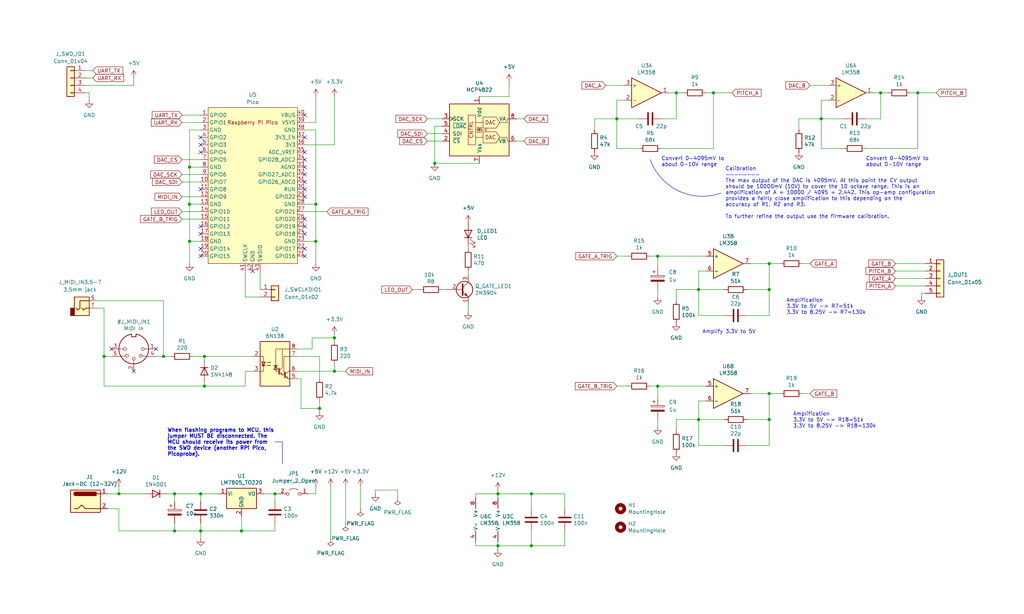
<source format=kicad_sch>
(kicad_sch (version 20231120) (generator "eeschema") (generator_version "8.0")
  (paper "User" 350 210)
  (junction (at 224.79 132.08))
  (junction (at 313.69 31.75))
  (junction (at 64.77 57.15))
  (junction (at 170.18 168.91))
  (junction (at 262.89 90.17))
  (junction (at 238.76 143.51))
  (junction (at 93.98 168.91))
  (junction (at 231.14 31.75))
  (junction (at 238.76 99.06))
  (junction (at 262.89 134.62))
  (junction (at 243.84 31.75))
  (junction (at 300.99 31.75))
  (junction (at 64.77 69.85))
  (junction (at 68.58 168.91))
  (junction (at 181.61 186.69))
  (junction (at 107.95 69.85))
  (junction (at 148.59 55.88))
  (junction (at 210.82 40.64))
  (junction (at 262.89 99.06))
  (junction (at 109.22 139.7))
  (junction (at 280.67 40.64))
  (junction (at 82.55 181.61))
  (junction (at 69.85 132.08))
  (junction (at 35.56 121.92))
  (junction (at 68.58 181.61))
  (junction (at 59.69 181.61))
  (junction (at 107.95 82.55))
  (junction (at 262.89 143.51))
  (junction (at 40.64 168.91))
  (junction (at 59.69 168.91))
  (junction (at 114.3 115.57))
  (junction (at 69.85 121.92))
  (junction (at 170.18 186.69))
  (junction (at 181.61 168.91))
  (junction (at 224.79 87.63))
  (junction (at 64.77 82.55))
  (junction (at 55.88 121.92))
  (junction (at 114.3 127))
  (no_connect (at 104.14 54.61))
  (no_connect (at 68.58 85.09))
  (no_connect (at 68.58 46.99))
  (no_connect (at 68.58 87.63))
  (no_connect (at 38.1 119.38))
  (no_connect (at 104.14 80.01))
  (no_connect (at 104.14 52.07))
  (no_connect (at 104.14 64.77))
  (no_connect (at 68.58 64.77))
  (no_connect (at 104.14 39.37))
  (no_connect (at 86.36 92.71))
  (no_connect (at 104.14 77.47))
  (no_connect (at 104.14 59.69))
  (no_connect (at 104.14 46.99))
  (no_connect (at 104.14 87.63))
  (no_connect (at 104.14 62.23))
  (no_connect (at 104.14 85.09))
  (no_connect (at 104.14 57.15))
  (no_connect (at 104.14 67.31))
  (no_connect (at 104.14 74.93))
  (no_connect (at 45.72 127))
  (no_connect (at 53.34 119.38))
  (no_connect (at 68.58 80.01))
  (no_connect (at 68.58 52.07))
  (no_connect (at 68.58 49.53))
  (no_connect (at 68.58 77.47))
  (wire (pts (xy 30.48 34.29) (xy 30.48 31.75)))
  (wire (pts (xy 107.95 44.45) (xy 104.14 44.45)))
  (wire (pts (xy 313.69 50.8) (xy 313.69 31.75)))
  (wire (pts (xy 68.58 181.61) (xy 82.55 181.61)))
  (wire (pts (xy 224.79 143.51) (xy 224.79 146.05)))
  (wire (pts (xy 88.9 101.6) (xy 83.82 101.6)))
  (wire (pts (xy 53.34 121.92) (xy 55.88 121.92)))
  (wire (pts (xy 59.69 171.45) (xy 59.69 168.91)))
  (wire (pts (xy 224.79 87.63) (xy 241.3 87.63)))
  (wire (pts (xy 36.83 168.91) (xy 40.64 168.91)))
  (wire (pts (xy 148.59 43.18) (xy 148.59 55.88)))
  (wire (pts (xy 243.84 31.75) (xy 250.19 31.75)))
  (wire (pts (xy 262.89 99.06) (xy 262.89 90.17)))
  (wire (pts (xy 276.86 29.21) (xy 283.21 29.21)))
  (wire (pts (xy 146.05 48.26) (xy 151.13 48.26)))
  (wire (pts (xy 29.21 26.67) (xy 31.75 26.67)))
  (wire (pts (xy 238.76 152.4) (xy 238.76 143.51)))
  (wire (pts (xy 243.84 50.8) (xy 243.84 31.75)))
  (wire (pts (xy 104.14 69.85) (xy 107.95 69.85)))
  (wire (pts (xy 62.23 39.37) (xy 68.58 39.37)))
  (wire (pts (xy 280.67 40.64) (xy 273.05 40.64)))
  (wire (pts (xy 128.27 167.64) (xy 135.89 167.64)))
  (wire (pts (xy 55.88 121.92) (xy 58.42 121.92)))
  (wire (pts (xy 146.05 40.64) (xy 151.13 40.64)))
  (wire (pts (xy 62.23 74.93) (xy 68.58 74.93)))
  (wire (pts (xy 298.45 31.75) (xy 300.99 31.75)))
  (wire (pts (xy 107.95 33.02) (xy 107.95 41.91)))
  (wire (pts (xy 59.69 179.07) (xy 59.69 181.61)))
  (wire (pts (xy 193.04 173.99) (xy 193.04 168.91)))
  (wire (pts (xy 262.89 90.17) (xy 266.7 90.17)))
  (polyline (pts (xy 96.52 151.13) (xy 96.52 158.75)))
  (wire (pts (xy 106.68 115.57) (xy 114.3 115.57)))
  (wire (pts (xy 36.83 173.99) (xy 40.64 173.99)))
  (wire (pts (xy 106.68 119.38) (xy 106.68 115.57)))
  (wire (pts (xy 160.02 92.71) (xy 160.02 93.98)))
  (wire (pts (xy 93.98 181.61) (xy 93.98 179.07)))
  (wire (pts (xy 262.89 143.51) (xy 262.89 134.62)))
  (wire (pts (xy 262.89 107.95) (xy 262.89 99.06)))
  (wire (pts (xy 238.76 143.51) (xy 231.14 143.51)))
  (wire (pts (xy 306.07 92.71) (xy 316.23 92.71)))
  (wire (pts (xy 68.58 168.91) (xy 74.93 168.91)))
  (wire (pts (xy 107.95 166.37) (xy 107.95 168.91)))
  (wire (pts (xy 33.02 102.87) (xy 55.88 102.87)))
  (wire (pts (xy 82.55 181.61) (xy 93.98 181.61)))
  (wire (pts (xy 306.07 95.25) (xy 316.23 95.25)))
  (wire (pts (xy 213.36 34.29) (xy 210.82 34.29)))
  (wire (pts (xy 238.76 107.95) (xy 238.76 99.06)))
  (wire (pts (xy 247.65 143.51) (xy 238.76 143.51)))
  (wire (pts (xy 109.22 140.97) (xy 109.22 139.7)))
  (wire (pts (xy 193.04 186.69) (xy 181.61 186.69)))
  (wire (pts (xy 238.76 99.06) (xy 231.14 99.06)))
  (wire (pts (xy 241.3 92.71) (xy 238.76 92.71)))
  (wire (pts (xy 224.79 132.08) (xy 224.79 135.89)))
  (wire (pts (xy 55.88 102.87) (xy 55.88 121.92)))
  (wire (pts (xy 162.56 168.91) (xy 170.18 168.91)))
  (wire (pts (xy 226.06 40.64) (xy 231.14 40.64)))
  (wire (pts (xy 68.58 57.15) (xy 64.77 57.15)))
  (wire (pts (xy 68.58 69.85) (xy 64.77 69.85)))
  (wire (pts (xy 135.89 167.64) (xy 135.89 170.18)))
  (wire (pts (xy 151.13 99.06) (xy 152.4 99.06)))
  (wire (pts (xy 276.86 90.17) (xy 274.32 90.17)))
  (wire (pts (xy 59.69 168.91) (xy 68.58 168.91)))
  (wire (pts (xy 241.3 137.16) (xy 238.76 137.16)))
  (wire (pts (xy 210.82 40.64) (xy 210.82 50.8)))
  (wire (pts (xy 238.76 137.16) (xy 238.76 143.51)))
  (wire (pts (xy 35.56 105.41) (xy 35.56 121.92)))
  (wire (pts (xy 107.95 90.17) (xy 107.95 82.55)))
  (wire (pts (xy 295.91 50.8) (xy 313.69 50.8)))
  (wire (pts (xy 255.27 99.06) (xy 262.89 99.06)))
  (wire (pts (xy 64.77 69.85) (xy 64.77 57.15)))
  (wire (pts (xy 101.6 119.38) (xy 106.68 119.38)))
  (wire (pts (xy 173.99 27.94) (xy 173.99 33.02)))
  (wire (pts (xy 93.98 168.91) (xy 93.98 171.45)))
  (wire (pts (xy 83.82 101.6) (xy 83.82 92.71)))
  (wire (pts (xy 231.14 99.06) (xy 231.14 102.87)))
  (wire (pts (xy 102.87 129.54) (xy 102.87 139.7)))
  (wire (pts (xy 114.3 127) (xy 114.3 124.46)))
  (wire (pts (xy 101.6 127) (xy 114.3 127)))
  (wire (pts (xy 238.76 92.71) (xy 238.76 99.06)))
  (wire (pts (xy 118.11 127) (xy 114.3 127)))
  (wire (pts (xy 64.77 57.15) (xy 64.77 44.45)))
  (wire (pts (xy 40.64 173.99) (xy 40.64 181.61)))
  (wire (pts (xy 224.79 87.63) (xy 224.79 91.44)))
  (wire (pts (xy 231.14 31.75) (xy 233.68 31.75)))
  (wire (pts (xy 224.79 99.06) (xy 224.79 101.6)))
  (wire (pts (xy 62.23 67.31) (xy 68.58 67.31)))
  (wire (pts (xy 57.15 168.91) (xy 59.69 168.91)))
  (wire (pts (xy 210.82 50.8) (xy 218.44 50.8)))
  (wire (pts (xy 66.04 121.92) (xy 69.85 121.92)))
  (wire (pts (xy 83.82 132.08) (xy 83.82 127)))
  (wire (pts (xy 170.18 168.91) (xy 181.61 168.91)))
  (wire (pts (xy 101.6 129.54) (xy 102.87 129.54)))
  (wire (pts (xy 203.2 40.64) (xy 203.2 44.45)))
  (wire (pts (xy 64.77 82.55) (xy 64.77 69.85)))
  (wire (pts (xy 256.54 90.17) (xy 262.89 90.17)))
  (wire (pts (xy 170.18 167.64) (xy 170.18 168.91)))
  (wire (pts (xy 151.13 43.18) (xy 148.59 43.18)))
  (wire (pts (xy 162.56 170.18) (xy 162.56 168.91)))
  (wire (pts (xy 193.04 181.61) (xy 193.04 186.69)))
  (wire (pts (xy 262.89 134.62) (xy 266.7 134.62)))
  (wire (pts (xy 170.18 168.91) (xy 170.18 170.18)))
  (wire (pts (xy 29.21 24.13) (xy 31.75 24.13)))
  (wire (pts (xy 102.87 139.7) (xy 109.22 139.7)))
  (wire (pts (xy 300.99 31.75) (xy 303.53 31.75)))
  (wire (pts (xy 173.99 33.02) (xy 163.83 33.02)))
  (wire (pts (xy 280.67 40.64) (xy 280.67 50.8)))
  (wire (pts (xy 162.56 185.42) (xy 162.56 186.69)))
  (wire (pts (xy 68.58 82.55) (xy 64.77 82.55)))
  (wire (pts (xy 104.14 41.91) (xy 107.95 41.91)))
  (wire (pts (xy 83.82 127) (xy 86.36 127)))
  (wire (pts (xy 306.07 90.17) (xy 316.23 90.17)))
  (wire (pts (xy 114.3 115.57) (xy 114.3 116.84)))
  (wire (pts (xy 64.77 44.45) (xy 68.58 44.45)))
  (wire (pts (xy 140.97 99.06) (xy 143.51 99.06)))
  (wire (pts (xy 45.72 26.67) (xy 45.72 29.21)))
  (wire (pts (xy 35.56 132.08) (xy 69.85 132.08)))
  (wire (pts (xy 181.61 168.91) (xy 181.61 173.99)))
  (wire (pts (xy 207.01 29.21) (xy 213.36 29.21)))
  (wire (pts (xy 300.99 40.64) (xy 300.99 31.75)))
  (wire (pts (xy 30.48 31.75) (xy 29.21 31.75)))
  (wire (pts (xy 210.82 87.63) (xy 214.63 87.63)))
  (wire (pts (xy 280.67 34.29) (xy 280.67 40.64)))
  (wire (pts (xy 222.25 87.63) (xy 224.79 87.63)))
  (wire (pts (xy 107.95 82.55) (xy 107.95 69.85)))
  (wire (pts (xy 35.56 105.41) (xy 33.02 105.41)))
  (wire (pts (xy 181.61 181.61) (xy 181.61 186.69)))
  (wire (pts (xy 68.58 184.15) (xy 68.58 181.61)))
  (wire (pts (xy 35.56 121.92) (xy 35.56 132.08)))
  (wire (pts (xy 231.14 143.51) (xy 231.14 147.32)))
  (wire (pts (xy 222.25 132.08) (xy 224.79 132.08)))
  (wire (pts (xy 113.03 166.37) (xy 113.03 184.15)))
  (wire (pts (xy 276.86 134.62) (xy 274.32 134.62)))
  (wire (pts (xy 69.85 132.08) (xy 69.85 130.81)))
  (wire (pts (xy 273.05 40.64) (xy 273.05 44.45)))
  (wire (pts (xy 256.54 134.62) (xy 262.89 134.62)))
  (wire (pts (xy 179.07 40.64) (xy 176.53 40.64)))
  (wire (pts (xy 226.06 50.8) (xy 243.84 50.8)))
  (wire (pts (xy 90.17 168.91) (xy 93.98 168.91)))
  (wire (pts (xy 148.59 55.88) (xy 163.83 55.88)))
  (wire (pts (xy 313.69 31.75) (xy 320.04 31.75)))
  (wire (pts (xy 283.21 34.29) (xy 280.67 34.29)))
  (wire (pts (xy 64.77 90.17) (xy 64.77 82.55)))
  (wire (pts (xy 68.58 171.45) (xy 68.58 168.91)))
  (wire (pts (xy 109.22 129.54) (xy 109.22 121.92)))
  (wire (pts (xy 69.85 121.92) (xy 86.36 121.92)))
  (wire (pts (xy 40.64 166.37) (xy 40.64 168.91)))
  (wire (pts (xy 247.65 107.95) (xy 238.76 107.95)))
  (wire (pts (xy 255.27 107.95) (xy 262.89 107.95)))
  (wire (pts (xy 231.14 40.64) (xy 231.14 31.75)))
  (wire (pts (xy 316.23 100.33) (xy 314.96 100.33)))
  (wire (pts (xy 146.05 45.72) (xy 151.13 45.72)))
  (wire (pts (xy 262.89 152.4) (xy 262.89 143.51)))
  (wire (pts (xy 228.6 31.75) (xy 231.14 31.75)))
  (wire (pts (xy 193.04 168.91) (xy 181.61 168.91)))
  (wire (pts (xy 104.14 82.55) (xy 107.95 82.55)))
  (wire (pts (xy 118.11 179.07) (xy 118.11 166.37)))
  (wire (pts (xy 179.07 48.26) (xy 176.53 48.26)))
  (wire (pts (xy 288.29 40.64) (xy 280.67 40.64)))
  (wire (pts (xy 114.3 33.02) (xy 114.3 49.53)))
  (wire (pts (xy 210.82 40.64) (xy 203.2 40.64)))
  (wire (pts (xy 104.14 49.53) (xy 114.3 49.53)))
  (wire (pts (xy 69.85 132.08) (xy 83.82 132.08)))
  (wire (pts (xy 68.58 181.61) (xy 68.58 179.07)))
  (wire (pts (xy 160.02 106.68) (xy 160.02 104.14)))
  (wire (pts (xy 170.18 186.69) (xy 170.18 187.96)))
  (wire (pts (xy 69.85 121.92) (xy 69.85 123.19)))
  (wire (pts (xy 218.44 40.64) (xy 210.82 40.64)))
  (wire (pts (xy 88.9 99.06) (xy 88.9 92.71)))
  (wire (pts (xy 40.64 168.91) (xy 49.53 168.91)))
  (wire (pts (xy 255.27 143.51) (xy 262.89 143.51)))
  (wire (pts (xy 280.67 50.8) (xy 288.29 50.8)))
  (wire (pts (xy 314.96 100.33) (xy 314.96 101.6)))
  (wire (pts (xy 210.82 34.29) (xy 210.82 40.64)))
  (wire (pts (xy 114.3 114.3) (xy 114.3 115.57)))
  (wire (pts (xy 181.61 186.69) (xy 170.18 186.69)))
  (wire (pts (xy 241.3 31.75) (xy 243.84 31.75)))
  (wire (pts (xy 62.23 62.23) (xy 68.58 62.23)))
  (wire (pts (xy 162.56 186.69) (xy 170.18 186.69)))
  (wire (pts (xy 59.69 181.61) (xy 68.58 181.61)))
  (polyline (pts (xy 93.98 151.13) (xy 96.52 151.13)))
  (wire (pts (xy 247.65 152.4) (xy 238.76 152.4)))
  (wire (pts (xy 295.91 40.64) (xy 300.99 40.64)))
  (wire (pts (xy 105.41 168.91) (xy 107.95 168.91)))
  (wire (pts (xy 247.65 99.06) (xy 238.76 99.06)))
  (wire (pts (xy 40.64 181.61) (xy 59.69 181.61)))
  (wire (pts (xy 62.23 41.91) (xy 68.58 41.91)))
  (wire (pts (xy 224.79 132.08) (xy 241.3 132.08)))
  (wire (pts (xy 109.22 121.92) (xy 101.6 121.92)))
  (wire (pts (xy 128.27 167.64) (xy 128.27 168.91)))
  (wire (pts (xy 107.95 69.85) (xy 107.95 44.45)))
  (wire (pts (xy 210.82 132.08) (xy 214.63 132.08)))
  (wire (pts (xy 35.56 121.92) (xy 38.1 121.92)))
  (wire (pts (xy 170.18 185.42) (xy 170.18 186.69)))
  (wire (pts (xy 255.27 152.4) (xy 262.89 152.4)))
  (wire (pts (xy 68.58 59.69) (xy 62.23 59.69)))
  (wire (pts (xy 62.23 72.39) (xy 68.58 72.39)))
  (wire (pts (xy 109.22 139.7) (xy 109.22 137.16)))
  (wire (pts (xy 62.23 54.61) (xy 68.58 54.61)))
  (wire (pts (xy 306.07 97.79) (xy 316.23 97.79)))
  (wire (pts (xy 123.19 166.37) (xy 123.19 173.99)))
  (wire (pts (xy 311.15 31.75) (xy 313.69 31.75)))
  (wire (pts (xy 104.14 72.39) (xy 111.76 72.39)))
  (wire (pts (xy 29.21 29.21) (xy 45.72 29.21)))
  (wire (pts (xy 160.02 83.82) (xy 160.02 85.09)))
  (wire (pts (xy 82.55 176.53) (xy 82.55 181.61)))
  (wire (pts (xy 95.25 168.91) (xy 93.98 168.91)))
  (arc (start 246.38 66.04) (mid 231.9478 65.3225) (end 222.25 54.61))
  (text "When flashing programs to MCU, this \njumper MUST BE disconnected. The \nMCU should receive its power from \nthe SWD device (another RPi Pico, \nPicoprobe)." (at 57.15 156.21 0) (effects (font (size 1.27 1.27) (thickness 0.254) (bold yes)) (justify left bottom)))
  (text "Convert 0-4095mV to \nabout 0-10V range" (at 295.91 57.15 0) (effects (font (size 1.27 1.27)) (justify left bottom)))
  (text "Amplification\n3.3V to 5V -> R7=51k\n3.3V to 8.25V -> R7=130k" (at 268.732 107.696 0) (effects (font (size 1.27 1.27)) (justify left bottom)))
  (text "Amplify 3.3V to 5V" (at 240.03 114.3 0) (effects (font (size 1.27 1.27)) (justify left bottom)))
  (text "Convert 0-4095mV to \nabout 0-10V range" (at 226.06 57.15 0) (effects (font (size 1.27 1.27)) (justify left bottom)))
  (text "Calibration\n————————\nThe max output of the DAC is 4095mV. At this point the CV output \nshould be 10000mV (10V) to cover the 10 octave range. This is an \namplification of A = 10000 / 4095 = 2.442. This op-amp configuration \nprovides a fairly close amplification to this depending on the \naccuracy of R1, R2 and R3.\n\nTo further refine the output use the firmware calibration." (at 247.904 74.93 0) (effects (font (size 1.27 1.27)) (justify left bottom)))
  (text "Amplification\n3.3V to 5V -> R18=51k\n3.3V to 8.25V -> R18=130k" (at 271.018 146.558 0) (effects (font (size 1.27 1.27)) (justify left bottom)))
  (global_label "PITCH_B" (shape input) (at 306.07 92.71 180) (property "Intersheetrefs" "${INTERSHEET_REFS}" (effects (hide yes))))
  (global_label "DAC_SCK" (shape input) (at 62.23 59.69 180) (property "Intersheetrefs" "${INTERSHEET_REFS}" (effects (hide yes))))
  (global_label "GATE_B_TRIG" (shape input) (at 62.23 74.93 180) (property "Intersheetrefs" "${INTERSHEET_REFS}" (effects (hide yes))))
  (global_label "DAC_CS" (shape input) (at 62.23 54.61 180) (property "Intersheetrefs" "${INTERSHEET_REFS}" (effects (hide yes))))
  (global_label "GATE_B" (shape input) (at 306.07 90.17 180) (property "Intersheetrefs" "${INTERSHEET_REFS}" (effects (hide yes))))
  (global_label "MIDI_IN" (shape input) (at 118.11 127 0) (property "Intersheetrefs" "${INTERSHEET_REFS}" (effects (hide yes))))
  (global_label "DAC_B" (shape input) (at 179.07 48.26 0) (property "Intersheetrefs" "${INTERSHEET_REFS}" (effects (hide yes))))
  (global_label "GATE_A_TRIG" (shape input) (at 111.76 72.39 0) (property "Intersheetrefs" "${INTERSHEET_REFS}" (effects (hide yes))))
  (global_label "UART_RX" (shape input) (at 31.75 26.67 0) (property "Intersheetrefs" "${INTERSHEET_REFS}" (effects (hide yes))))
  (global_label "UART_RX" (shape input) (at 62.23 41.91 180) (property "Intersheetrefs" "${INTERSHEET_REFS}" (effects (hide yes))))
  (global_label "DAC_B" (shape input) (at 276.86 29.21 180) (property "Intersheetrefs" "${INTERSHEET_REFS}" (effects (hide yes))))
  (global_label "MIDI_IN" (shape input) (at 62.23 67.31 180) (property "Intersheetrefs" "${INTERSHEET_REFS}" (effects (hide yes))))
  (global_label "DAC_SCK" (shape input) (at 146.05 40.64 180) (property "Intersheetrefs" "${INTERSHEET_REFS}" (effects (hide yes))))
  (global_label "GATE_A" (shape input) (at 276.86 90.17 0) (property "Intersheetrefs" "${INTERSHEET_REFS}" (effects (hide yes))))
  (global_label "DAC_A" (shape input) (at 179.07 40.64 0) (property "Intersheetrefs" "${INTERSHEET_REFS}" (effects (hide yes))))
  (global_label "LED_OUT" (shape input) (at 62.23 72.39 180) (property "Intersheetrefs" "${INTERSHEET_REFS}" (effects (hide yes))))
  (global_label "GATE_B" (shape input) (at 276.86 134.62 0) (property "Intersheetrefs" "${INTERSHEET_REFS}" (effects (hide yes))))
  (global_label "UART_TX" (shape input) (at 62.23 39.37 180) (property "Intersheetrefs" "${INTERSHEET_REFS}" (effects (hide yes))))
  (global_label "DAC_A" (shape input) (at 207.01 29.21 180) (property "Intersheetrefs" "${INTERSHEET_REFS}" (effects (hide yes))))
  (global_label "UART_TX" (shape input) (at 31.75 24.13 0) (property "Intersheetrefs" "${INTERSHEET_REFS}" (effects (hide yes))))
  (global_label "PITCH_B" (shape input) (at 320.04 31.75 0) (property "Intersheetrefs" "${INTERSHEET_REFS}" (effects (hide yes))))
  (global_label "DAC_CS" (shape input) (at 146.05 48.26 180) (property "Intersheetrefs" "${INTERSHEET_REFS}" (effects (hide yes))))
  (global_label "LED_OUT" (shape input) (at 140.97 99.06 180) (property "Intersheetrefs" "${INTERSHEET_REFS}" (effects (hide yes))))
  (global_label "GATE_B_TRIG" (shape input) (at 210.82 132.08 180) (property "Intersheetrefs" "${INTERSHEET_REFS}" (effects (hide yes))))
  (global_label "PITCH_A" (shape input) (at 306.07 97.79 180) (property "Intersheetrefs" "${INTERSHEET_REFS}" (effects (hide yes))))
  (global_label "GATE_A_TRIG" (shape input) (at 210.82 87.63 180) (property "Intersheetrefs" "${INTERSHEET_REFS}" (effects (hide yes))))
  (global_label "GATE_A" (shape input) (at 306.07 95.25 180) (property "Intersheetrefs" "${INTERSHEET_REFS}" (effects (hide yes))))
  (global_label "DAC_SDI" (shape input) (at 146.05 45.72 180) (property "Intersheetrefs" "${INTERSHEET_REFS}" (effects (hide yes))))
  (global_label "PITCH_A" (shape input) (at 250.19 31.75 0) (property "Intersheetrefs" "${INTERSHEET_REFS}" (effects (hide yes))))
  (global_label "DAC_SDI" (shape input) (at 62.23 62.23 180) (property "Intersheetrefs" "${INTERSHEET_REFS}" (effects (hide yes))))
  (symbol (lib_id "Mechanical:MountingHole") (at 212.09 180.34 0) (unit 1)
    (property "Reference" "H2" (at 214.63 179.1716 0) (effects (justify left)))
    (property "Value" "MountingHole" (at 214.63 181.483 0) (effects (justify left)))
    (property "Footprint" "MountingHole:MountingHole_3mm_Pad" (effects (hide yes)))
  )
  (symbol (lib_id "Device:C") (at 68.58 175.26 0) (unit 1)
    (property "Reference" "C2" (at 71.501 174.0916 0) (effects (justify left)))
    (property "Value" "330n" (at 71.501 176.403 0) (effects (justify left)))
    (property "Footprint" "Capacitor_THT:C_Disc_D3.0mm_W2.0mm_P2.50mm" (effects (hide yes)))
  )
  (symbol (lib_id "Device:R") (at 114.3 120.65 0) (unit 1)
    (property "Reference" "R3" (at 116.078 119.4816 0) (effects (justify left)))
    (property "Value" "220" (at 116.078 121.793 0) (effects (justify left)))
    (property "Footprint" "Shmoergh_Custom_Footprints:R_Axial_DIN0207_L6.3mm_D2.5mm_P7.62mm_Horizontal" (effects (hide yes)))
  )
  (symbol (lib_name "GND_2") (lib_id "power:GND") (at 68.58 184.15 0) (unit 1)
    (property "Reference" "#PWR04" (effects (hide yes)))
    (property "Value" "GND" (at 68.58 189.23 0))
    (property "Description" "Power symbol creates a global label with name \"GND\" , ground" (effects (hide yes)))
  )
  (symbol (lib_id "Device:R") (at 231.14 151.13 0) (unit 1)
    (property "Reference" "R17" (at 232.918 149.9616 0) (effects (justify left)))
    (property "Value" "100k" (at 232.918 152.273 0) (effects (justify left)))
    (property "Footprint" "Shmoergh_Custom_Footprints:R_Axial_DIN0207_L6.3mm_D2.5mm_P7.62mm_Horizontal" (effects (hide yes)))
  )
  (symbol (lib_id "MCU_RaspberryPi_and_Boards:Pico") (at 86.36 63.5 0) (unit 1)
    (property "Reference" "U5" (at 86.36 32.385 0))
    (property "Value" "Pico" (at 86.36 34.925 0))
    (property "Footprint" "MCU_RaspberryPi_and_Boards:RPi_Pico_SMD_TH" (effects (hide yes)))
  )
  (symbol (lib_id "Connector_Generic:Conn_01x05") (at 321.31 95.25 0) (unit 1)
    (property "Reference" "J_OUT1" (at 323.85 93.9799 0) (effects (justify left)))
    (property "Value" "Conn_01x05" (at 323.85 96.5199 0) (effects (justify left)))
    (property "Footprint" "Shmoergh_Custom_Footprints:NSL25_01x05_Vertical" (effects (hide yes)))
    (property "Description" "Generic connector, single row, 01x05, script generated (kicad-library-utils/schlib/autogen/connector/)" (effects (hide yes)))
  )
  (symbol (lib_id "Connector:Jack-DC") (at 29.21 171.45 0) (unit 1)
    (property "Reference" "J1" (at 30.6578 163.195 0))
    (property "Value" "Jack-DC (12-32V)" (at 30.6578 165.5064 0))
    (property "Footprint" "Shmoergh_Custom_Footprints:NSL25_01x02_Vertical" (effects (hide yes)))
  )
  (symbol (lib_id "Device:LED") (at 160.02 80.01 90) (unit 1)
    (property "Reference" "D_LED1" (at 163.0172 79.0194 90) (effects (justify right)))
    (property "Value" "LED" (at 163.0172 81.3308 90) (effects (justify right)))
    (property "Footprint" "Shmoergh_Custom_Footprints:NSL25_01x02_Vertical" (effects (hide yes)))
  )
  (symbol (lib_id "Device:R") (at 203.2 48.26 0) (unit 1)
    (property "Reference" "R4" (at 204.978 47.0916 0) (effects (justify left)))
    (property "Value" "47k" (at 204.978 49.403 0) (effects (justify left)))
    (property "Footprint" "Shmoergh_Custom_Footprints:R_Axial_DIN0207_L6.3mm_D2.5mm_P7.62mm_Horizontal" (effects (hide yes)))
  )
  (symbol (lib_name "GND_2") (lib_id "power:GND") (at 64.77 90.17 0) (unit 1)
    (property "Reference" "#PWR03" (effects (hide yes)))
    (property "Value" "GND" (at 64.77 95.25 0))
    (property "Description" "Power symbol creates a global label with name \"GND\" , ground" (effects (hide yes)))
  )
  (symbol (lib_name "GND_2") (lib_id "power:GND") (at 203.2 52.07 0) (unit 1)
    (property "Reference" "#PWR020" (effects (hide yes)))
    (property "Value" "GND" (at 203.2 57.15 0))
    (property "Description" "Power symbol creates a global label with name \"GND\" , ground" (effects (hide yes)))
  )
  (symbol (lib_name "GND_2") (lib_id "power:GND") (at 109.22 140.97 0) (unit 1)
    (property "Reference" "#PWR010" (effects (hide yes)))
    (property "Value" "GND" (at 109.22 146.05 0))
    (property "Description" "Power symbol creates a global label with name \"GND\" , ground" (effects (hide yes)))
  )
  (symbol (lib_id "Device:R") (at 292.1 50.8 270) (unit 1)
    (property "Reference" "R13" (at 292.1 45.5422 90))
    (property "Value" "68k" (at 292.1 47.8536 90))
    (property "Footprint" "Shmoergh_Custom_Footprints:R_Axial_DIN0207_L6.3mm_D2.5mm_P7.62mm_Horizontal" (effects (hide yes)))
  )
  (symbol (lib_id "Amplifier_Operational:LM358") (at 248.92 90.17 0) (unit 2)
    (property "Reference" "U3" (at 248.92 80.8482 0))
    (property "Value" "LM358" (at 248.92 83.1596 0))
    (property "Footprint" "Package_DIP:DIP-8_W7.62mm_LongPads" (effects (hide yes)))
    (property "Datasheet" "http://www.ti.com/lit/ds/symlink/lm2904-n.pdf" (effects (hide yes)))
  )
  (symbol (lib_name "GND_2") (lib_id "power:GND") (at 160.02 106.68 0) (unit 1)
    (property "Reference" "#PWR018" (effects (hide yes)))
    (property "Value" "GND" (at 160.02 111.76 0))
    (property "Description" "Power symbol creates a global label with name \"GND\" , ground" (effects (hide yes)))
  )
  (symbol (lib_name "+3.3V_1") (lib_id "power:+3.3V") (at 114.3 114.3 0) (unit 1)
    (property "Reference" "#PWR012" (effects (hide yes)))
    (property "Value" "+3.3V" (at 114.3 109.22 0))
    (property "Description" "Power symbol creates a global label with name \"+3.3V\"" (effects (hide yes)))
  )
  (symbol (lib_id "Device:C") (at 292.1 40.64 270) (unit 1)
    (property "Reference" "C1" (at 288.29 43.18 90))
    (property "Value" "22p" (at 295.91 43.18 90))
    (property "Footprint" "Capacitor_THT:C_Disc_D3.0mm_W2.0mm_P2.50mm" (effects (hide yes)))
  )
  (symbol (lib_name "GND_2") (lib_id "power:GND") (at 231.14 154.94 0) (unit 1)
    (property "Reference" "#PWR026" (effects (hide yes)))
    (property "Value" "GND" (at 231.14 160.02 0))
    (property "Description" "Power symbol creates a global label with name \"GND\" , ground" (effects (hide yes)))
  )
  (symbol (lib_name "+12V_1") (lib_id "power:+12V") (at 170.18 167.64 0) (unit 1)
    (property "Reference" "#PWR014" (effects (hide yes)))
    (property "Value" "+12V" (at 170.18 162.56 0))
    (property "Description" "Power symbol creates a global label with name \"+12V\"" (effects (hide yes)))
  )
  (symbol (lib_id "Device:R") (at 218.44 87.63 270) (unit 1)
    (property "Reference" "R15" (at 218.44 82.3722 90))
    (property "Value" "1k" (at 218.44 84.6836 90))
    (property "Footprint" "Shmoergh_Custom_Footprints:R_Axial_DIN0207_L6.3mm_D2.5mm_P7.62mm_Horizontal" (effects (hide yes)))
  )
  (symbol (lib_id "Device:R") (at 109.22 133.35 0) (unit 1)
    (property "Reference" "R2" (at 110.998 132.1816 0) (effects (justify left)))
    (property "Value" "4.7k" (at 110.998 134.493 0) (effects (justify left)))
    (property "Footprint" "Shmoergh_Custom_Footprints:R_Axial_DIN0207_L6.3mm_D2.5mm_P7.62mm_Horizontal" (effects (hide yes)))
  )
  (symbol (lib_name "PWR_FLAG_1") (lib_id "power:PWR_FLAG") (at 113.03 184.15 180) (unit 1)
    (property "Reference" "#FLG01" (effects (hide yes)))
    (property "Value" "PWR_FLAG" (at 113.03 189.23 0))
    (property "Description" "Special symbol for telling ERC where power comes from" (effects (hide yes)))
  )
  (symbol (lib_name "PWR_FLAG_1") (lib_id "power:PWR_FLAG") (at 123.19 173.99 180) (unit 1)
    (property "Reference" "#FLG03" (effects (hide yes)))
    (property "Value" "PWR_FLAG" (at 123.19 179.07 0))
    (property "Description" "Special symbol for telling ERC where power comes from" (effects (hide yes)))
  )
  (symbol (lib_id "Device:C_Polarized") (at 59.69 175.26 0) (unit 1)
    (property "Reference" "C7" (at 63.5 173.101 0) (effects (justify left)))
    (property "Value" "10u" (at 63.5 175.641 0) (effects (justify left)))
    (property "Footprint" "Capacitor_THT:CP_Radial_D6.3mm_P2.50mm" (effects (hide yes)))
  )
  (symbol (lib_name "+3.3V_1") (lib_id "power:+3.3V") (at 123.19 166.37 0) (unit 1)
    (property "Reference" "#PWR028" (effects (hide yes)))
    (property "Value" "+3.3V" (at 123.19 161.29 0))
    (property "Description" "Power symbol creates a global label with name \"+3.3V\"" (effects (hide yes)))
  )
  (symbol (lib_name "+5V_1") (lib_id "power:+5V") (at 160.02 76.2 0) (unit 1)
    (property "Reference" "#PWR016" (effects (hide yes)))
    (property "Value" "+5V" (at 160.02 71.12 0))
    (property "Description" "Power symbol creates a global label with name \"+5V\"" (effects (hide yes)))
  )
  (symbol (lib_id "Device:R") (at 237.49 31.75 270) (unit 1)
    (property "Reference" "R9" (at 237.49 26.4922 90))
    (property "Value" "1k" (at 237.49 28.8036 90))
    (property "Footprint" "Shmoergh_Custom_Footprints:R_Axial_DIN0207_L6.3mm_D2.5mm_P7.62mm_Horizontal" (effects (hide yes)))
  )
  (symbol (lib_name "GND_2") (lib_id "power:GND") (at 273.05 52.07 0) (unit 1)
    (property "Reference" "#PWR021" (effects (hide yes)))
    (property "Value" "GND" (at 273.05 57.15 0))
    (property "Description" "Power symbol creates a global label with name \"GND\" , ground" (effects (hide yes)))
  )
  (symbol (lib_id "Device:R") (at 222.25 50.8 270) (unit 1)
    (property "Reference" "R6" (at 222.25 45.5422 90))
    (property "Value" "68k" (at 222.25 47.8536 90))
    (property "Footprint" "Shmoergh_Custom_Footprints:R_Axial_DIN0207_L6.3mm_D2.5mm_P7.62mm_Horizontal" (effects (hide yes)))
  )
  (symbol (lib_id "Transistor_BJT:2N3904") (at 157.48 99.06 0) (unit 1)
    (property "Reference" "Q_GATE_LED1" (at 162.3314 97.8916 0) (effects (justify left)))
    (property "Value" "2N3904" (at 162.3314 100.203 0) (effects (justify left)))
    (property "Footprint" "Package_TO_SOT_THT:TO-92_Inline_Wide" (effects (hide yes)))
    (property "Datasheet" "https://www.onsemi.com/pub/Collateral/2N3903-D.PDF" (effects (hide yes)))
  )
  (symbol (lib_id "Device:D") (at 53.34 168.91 180) (unit 1)
    (property "Reference" "D1" (at 53.34 163.3982 0))
    (property "Value" "1N4001" (at 53.34 165.7096 0))
    (property "Footprint" "Diode_THT:D_DO-41_SOD81_P10.16mm_Horizontal" (effects (hide yes)))
  )
  (symbol (lib_id "Device:C") (at 222.25 40.64 270) (unit 1)
    (property "Reference" "C5" (at 218.44 43.18 90))
    (property "Value" "22p" (at 226.06 43.18 90))
    (property "Footprint" "Capacitor_THT:C_Disc_D3.0mm_W2.0mm_P2.50mm" (effects (hide yes)))
  )
  (symbol (lib_id "Amplifier_Operational:LM358") (at 220.98 31.75 0) (unit 1)
    (property "Reference" "U3" (at 220.98 22.4282 0))
    (property "Value" "LM358" (at 220.98 24.7396 0))
    (property "Footprint" "Package_DIP:DIP-8_W7.62mm_LongPads" (effects (hide yes)))
    (property "Datasheet" "http://www.ti.com/lit/ds/symlink/lm2904-n.pdf" (effects (hide yes)))
  )
  (symbol (lib_name "GND_1") (lib_id "power:GND") (at 224.79 101.6 0) (unit 1)
    (property "Reference" "#PWR023" (effects (hide yes)))
    (property "Value" "GND" (at 224.79 106.68 0))
    (property "Description" "Power symbol creates a global label with name \"GND\" , ground" (effects (hide yes)))
  )
  (symbol (lib_id "Device:C_Polarized") (at 224.79 95.25 0) (unit 1)
    (property "Reference" "C8" (at 228.6 93.0909 0) (effects (justify left)))
    (property "Value" "1u" (at 228.6 95.6309 0) (effects (justify left)))
    (property "Footprint" "Capacitor_THT:CP_Radial_D6.3mm_P2.50mm" (effects (hide yes)))
  )
  (symbol (lib_id "Amplifier_Operational:LM358") (at 172.72 177.8 0) (unit 3)
    (property "Reference" "U3" (at 171.6532 176.6316 0) (effects (justify left)))
    (property "Value" "LM358" (at 171.6532 178.943 0) (effects (justify left)))
    (property "Footprint" "Package_DIP:DIP-8_W7.62mm_LongPads" (effects (hide yes)))
    (property "Datasheet" "http://www.ti.com/lit/ds/symlink/lm2904-n.pdf" (effects (hide yes)))
  )
  (symbol (lib_id "Mechanical:MountingHole") (at 212.09 173.99 0) (unit 1)
    (property "Reference" "H1" (at 214.63 172.8216 0) (effects (justify left)))
    (property "Value" "MountingHole" (at 214.63 175.133 0) (effects (justify left)))
    (property "Footprint" "MountingHole:MountingHole_3mm_Pad" (effects (hide yes)))
  )
  (symbol (lib_id "Device:R") (at 251.46 99.06 270) (unit 1)
    (property "Reference" "R7" (at 251.46 93.8022 90))
    (property "Value" "51k" (at 251.46 96.1136 90))
    (property "Footprint" "Shmoergh_Custom_Footprints:R_Axial_DIN0207_L6.3mm_D2.5mm_P7.62mm_Horizontal" (effects (hide yes)))
  )
  (symbol (lib_name "+3.3V_1") (lib_id "power:+3.3V") (at 114.3 33.02 0) (unit 1)
    (property "Reference" "#PWR08" (effects (hide yes)))
    (property "Value" "+3.3V" (at 114.3 27.94 0))
    (property "Description" "Power symbol creates a global label with name \"+3.3V\"" (effects (hide yes)))
  )
  (symbol (lib_id "Device:C") (at 193.04 177.8 0) (unit 1)
    (property "Reference" "C11" (at 195.961 176.6316 0) (effects (justify left)))
    (property "Value" "100n" (at 195.961 178.943 0) (effects (justify left)))
    (property "Footprint" "Capacitor_THT:C_Disc_D3.0mm_W2.0mm_P2.50mm" (effects (hide yes)))
  )
  (symbol (lib_id "Connector_Audio:AudioJack2") (at 27.94 105.41 0) (unit 1)
    (property "Reference" "J_MIDI_IN3.5-7" (at 27.305 96.52 0))
    (property "Value" "3.5mm jack" (at 27.305 99.06 0))
    (property "Footprint" "Shmoergh_Custom_Footprints:NSL25_01x02_Vertical-AudioJack-TS" (effects (hide yes)))
  )
  (symbol (lib_name "PWR_FLAG_1") (lib_id "power:PWR_FLAG") (at 135.89 170.18 180) (unit 1)
    (property "Reference" "#FLG04" (effects (hide yes)))
    (property "Value" "PWR_FLAG" (at 135.89 175.26 0))
    (property "Description" "Special symbol for telling ERC where power comes from" (effects (hide yes)))
  )
  (symbol (lib_name "+12V_1") (lib_id "power:+12V") (at 113.03 166.37 0) (unit 1)
    (property "Reference" "#PWR09" (effects (hide yes)))
    (property "Value" "+12V" (at 113.03 161.29 0))
    (property "Description" "Power symbol creates a global label with name \"+12V\"" (effects (hide yes)))
  )
  (symbol (lib_name "+5V_1") (lib_id "power:+5V") (at 107.95 33.02 0) (unit 1)
    (property "Reference" "#PWR05" (effects (hide yes)))
    (property "Value" "+5V" (at 107.95 27.94 0))
    (property "Description" "Power symbol creates a global label with name \"+5V\"" (effects (hide yes)))
  )
  (symbol (lib_id "Device:R") (at 273.05 48.26 0) (unit 1)
    (property "Reference" "R12" (at 274.828 47.0916 0) (effects (justify left)))
    (property "Value" "47k" (at 274.828 49.403 0) (effects (justify left)))
    (property "Footprint" "Shmoergh_Custom_Footprints:R_Axial_DIN0207_L6.3mm_D2.5mm_P7.62mm_Horizontal" (effects (hide yes)))
  )
  (symbol (lib_id "Device:R") (at 270.51 90.17 270) (unit 1)
    (property "Reference" "R10" (at 270.51 84.9122 90))
    (property "Value" "1k" (at 270.51 87.2236 90))
    (property "Footprint" "Shmoergh_Custom_Footprints:R_Axial_DIN0207_L6.3mm_D2.5mm_P7.62mm_Horizontal" (effects (hide yes)))
  )
  (symbol (lib_id "Connector_Generic:Conn_01x04") (at 24.13 26.67 0) (mirror y) (unit 1)
    (property "Reference" "J_SWD_IO1" (at 24.13 18.415 0))
    (property "Value" "Conn_01x04" (at 24.13 20.955 0))
    (property "Footprint" "Connector_PinHeader_2.54mm:PinHeader_1x04_P2.54mm_Horizontal" (effects (hide yes)))
  )
  (symbol (lib_name "+5V_1") (lib_id "power:+5V") (at 173.99 27.94 0) (unit 1)
    (property "Reference" "#PWR022" (effects (hide yes)))
    (property "Value" "+5V" (at 173.99 22.86 0))
    (property "Description" "Power symbol creates a global label with name \"+5V\"" (effects (hide yes)))
  )
  (symbol (lib_id "Jumper:Jumper_2_Open") (at 100.33 168.91 0) (mirror y) (unit 1)
    (property "Reference" "JP1" (at 100.33 161.925 0))
    (property "Value" "Jumper_2_Open" (at 100.33 164.465 0))
    (property "Footprint" "Connector_PinHeader_2.54mm:PinHeader_1x02_P2.54mm_Horizontal" (effects (hide yes)))
  )
  (symbol (lib_name "GND_2") (lib_id "power:GND") (at 314.96 101.6 0) (unit 1)
    (property "Reference" "#PWR027" (effects (hide yes)))
    (property "Value" "GND" (at 314.96 106.68 0))
    (property "Description" "Power symbol creates a global label with name \"GND\" , ground" (effects (hide yes)))
  )
  (symbol (lib_name "GND_2") (lib_id "power:GND") (at 231.14 110.49 0) (unit 1)
    (property "Reference" "#PWR025" (effects (hide yes)))
    (property "Value" "GND" (at 231.14 115.57 0))
    (property "Description" "Power symbol creates a global label with name \"GND\" , ground" (effects (hide yes)))
  )
  (symbol (lib_id "Connector:DIN-5_180degree") (at 45.72 119.38 180) (unit 1)
    (property "Reference" "#J_MIDI_IN1" (at 45.72 110.0582 0))
    (property "Value" "MIDI In" (at 45.72 112.3696 0))
    (property "Datasheet" "http://www.mouser.com/ds/2/18/40_c091_abd_e-75918.pdf" (effects (hide yes)))
  )
  (symbol (lib_name "GND_2") (lib_id "power:GND") (at 170.18 187.96 0) (unit 1)
    (property "Reference" "#PWR015" (effects (hide yes)))
    (property "Value" "GND" (at 170.18 193.04 0))
    (property "Description" "Power symbol creates a global label with name \"GND\" , ground" (effects (hide yes)))
  )
  (symbol (lib_id "Amplifier_Operational:LM358") (at 248.92 134.62 0) (unit 2)
    (property "Reference" "U6" (at 248.92 125.2982 0))
    (property "Value" "LM358" (at 248.92 127.6096 0))
    (property "Footprint" "Package_DIP:DIP-8_W7.62mm_LongPads" (effects (hide yes)))
    (property "Datasheet" "http://www.ti.com/lit/ds/symlink/lm2904-n.pdf" (effects (hide yes)))
  )
  (symbol (lib_name "+5V_1") (lib_id "power:+5V") (at 118.11 166.37 0) (unit 1)
    (property "Reference" "#PWR011" (effects (hide yes)))
    (property "Value" "+5V" (at 118.11 161.29 0))
    (property "Description" "Power symbol creates a global label with name \"+5V\"" (effects (hide yes)))
  )
  (symbol (lib_name "PWR_FLAG_1") (lib_id "power:PWR_FLAG") (at 118.11 179.07 180) (unit 1)
    (property "Reference" "#FLG02" (effects (hide yes)))
    (property "Value" "PWR_FLAG" (at 118.11 184.15 0))
    (property "Description" "Special symbol for telling ERC where power comes from" (effects (hide yes)))
  )
  (symbol (lib_id "Device:C") (at 251.46 152.4 270) (unit 1)
    (property "Reference" "C10" (at 251.46 145.9992 90))
    (property "Value" "22p" (at 251.46 148.3106 90))
    (property "Footprint" "Capacitor_THT:C_Disc_D3.0mm_W2.0mm_P2.50mm" (effects (hide yes)))
  )
  (symbol (lib_id "Device:R") (at 251.46 143.51 270) (unit 1)
    (property "Reference" "R18" (at 251.46 138.2522 90))
    (property "Value" "51k" (at 251.46 140.5636 90))
    (property "Footprint" "Shmoergh_Custom_Footprints:R_Axial_DIN0207_L6.3mm_D2.5mm_P7.62mm_Horizontal" (effects (hide yes)))
  )
  (symbol (lib_id "Device:R") (at 270.51 134.62 270) (unit 1)
    (property "Reference" "R19" (at 270.51 129.3622 90))
    (property "Value" "1k" (at 270.51 131.6736 90))
    (property "Footprint" "Shmoergh_Custom_Footprints:R_Axial_DIN0207_L6.3mm_D2.5mm_P7.62mm_Horizontal" (effects (hide yes)))
  )
  (symbol (lib_name "GND_2") (lib_id "power:GND") (at 107.95 90.17 0) (unit 1)
    (property "Reference" "#PWR06" (effects (hide yes)))
    (property "Value" "GND" (at 107.95 95.25 0))
    (property "Description" "Power symbol creates a global label with name \"GND\" , ground" (effects (hide yes)))
  )
  (symbol (lib_id "Device:D") (at 69.85 127 270) (unit 1)
    (property "Reference" "D2" (at 71.882 125.8316 90) (effects (justify left)))
    (property "Value" "1N4148" (at 71.882 128.143 90) (effects (justify left)))
    (property "Footprint" "Diode_THT:D_DO-35_SOD27_P7.62mm_Horizontal" (effects (hide yes)))
  )
  (symbol (lib_name "GND_2") (lib_id "power:GND") (at 128.27 168.91 0) (unit 1)
    (property "Reference" "#PWR029" (effects (hide yes)))
    (property "Value" "GND" (at 128.27 173.99 0))
    (property "Description" "Power symbol creates a global label with name \"GND\" , ground" (effects (hide yes)))
  )
  (symbol (lib_name "GND_2") (lib_id "power:GND") (at 148.59 55.88 0) (unit 1)
    (property "Reference" "#PWR017" (effects (hide yes)))
    (property "Value" "GND" (at 148.59 60.96 0))
    (property "Description" "Power symbol creates a global label with name \"GND\" , ground" (effects (hide yes)))
  )
  (symbol (lib_id "Analog_DAC:MCP4822") (at 163.83 43.18 0) (unit 1)
    (property "Reference" "U4" (at 163.83 28.4226 0))
    (property "Value" "MCP4822" (at 163.83 30.734 0))
    (property "Footprint" "Package_DIP:DIP-8_W7.62mm_LongPads" (effects (hide yes)))
    (property "Datasheet" "http://ww1.microchip.com/downloads/en/DeviceDoc/20002249B.pdf" (effects (hide yes)))
  )
  (symbol (lib_id "Isolator:6N138") (at 93.98 124.46 0) (unit 1)
    (property "Reference" "U2" (at 93.98 112.5982 0))
    (property "Value" "6N138" (at 93.98 114.9096 0))
    (property "Footprint" "Package_DIP:DIP-8_W7.62mm_LongPads" (effects (hide yes)))
    (property "Datasheet" "http://www.onsemi.com/pub/Collateral/HCPL2731-D.pdf" (effects (hide yes)))
  )
  (symbol (lib_id "Device:C_Polarized") (at 224.79 139.7 0) (unit 1)
    (property "Reference" "C9" (at 228.6 137.5409 0) (effects (justify left)))
    (property "Value" "1u" (at 228.6 140.0809 0) (effects (justify left)))
    (property "Footprint" "Capacitor_THT:CP_Radial_D6.3mm_P2.50mm" (effects (hide yes)))
  )
  (symbol (lib_name "+5V_1") (lib_id "power:+5V") (at 107.95 166.37 0) (unit 1)
    (property "Reference" "#PWR07" (effects (hide yes)))
    (property "Value" "+5V" (at 107.95 161.29 0))
    (property "Description" "Power symbol creates a global label with name \"+5V\"" (effects (hide yes)))
  )
  (symbol (lib_id "Device:C") (at 251.46 107.95 270) (unit 1)
    (property "Reference" "C6" (at 251.46 101.5492 90))
    (property "Value" "22p" (at 251.46 103.8606 90))
    (property "Footprint" "Capacitor_THT:C_Disc_D4.3mm_W1.9mm_P5.00mm" (effects (hide yes)))
  )
  (symbol (lib_id "Amplifier_Operational:LM358") (at 290.83 31.75 0) (unit 1)
    (property "Reference" "U6" (at 290.83 22.4282 0))
    (property "Value" "LM358" (at 290.83 24.7396 0))
    (property "Footprint" "Package_DIP:DIP-8_W7.62mm_LongPads" (effects (hide yes)))
    (property "Datasheet" "http://www.ti.com/lit/ds/symlink/lm2904-n.pdf" (effects (hide yes)))
  )
  (symbol (lib_name "GND_2") (lib_id "power:GND") (at 30.48 34.29 0) (unit 1)
    (property "Reference" "#PWR01" (effects (hide yes)))
    (property "Value" "GND" (at 30.48 39.37 0))
    (property "Description" "Power symbol creates a global label with name \"GND\" , ground" (effects (hide yes)))
  )
  (symbol (lib_name "+5V_1") (lib_id "power:+5V") (at 45.72 26.67 0) (unit 1)
    (property "Reference" "#PWR013" (effects (hide yes)))
    (property "Value" "+5V" (at 45.72 21.59 0))
    (property "Description" "Power symbol creates a global label with name \"+5V\"" (effects (hide yes)))
  )
  (symbol (lib_id "Device:R") (at 218.44 132.08 270) (unit 1)
    (property "Reference" "R16" (at 218.44 126.8222 90))
    (property "Value" "1k" (at 218.44 129.1336 90))
    (property "Footprint" "Shmoergh_Custom_Footprints:R_Axial_DIN0207_L6.3mm_D2.5mm_P7.62mm_Horizontal" (effects (hide yes)))
  )
  (symbol (lib_name "+12V_1") (lib_id "power:+12V") (at 40.64 166.37 0) (unit 1)
    (property "Reference" "#PWR02" (effects (hide yes)))
    (property "Value" "+12V" (at 40.64 161.29 0))
    (property "Description" "Power symbol creates a global label with name \"+12V\"" (effects (hide yes)))
  )
  (symbol (lib_id "Regulator_Linear:LM7805_TO220") (at 82.55 168.91 0) (unit 1)
    (property "Reference" "U1" (at 82.55 162.7632 0))
    (property "Value" "LM7805_TO220" (at 82.55 165.0746 0))
    (property "Footprint" "Package_TO_SOT_THT:TO-220-3_Horizontal_TabDown" (effects (hide yes)))
    (property "Datasheet" "https://www.onsemi.cn/PowerSolutions/document/MC7800-D.PDF" (effects (hide yes)))
  )
  (symbol (lib_id "Device:R") (at 307.34 31.75 270) (unit 1)
    (property "Reference" "R14" (at 307.34 26.4922 90))
    (property "Value" "1k" (at 307.34 28.8036 90))
    (property "Footprint" "Shmoergh_Custom_Footprints:R_Axial_DIN0207_L6.3mm_D2.5mm_P7.62mm_Horizontal" (effects (hide yes)))
  )
  (symbol (lib_id "Connector_Generic:Conn_01x02") (at 93.98 99.06 0) (unit 1)
    (property "Reference" "J_SWCLKDIO1" (at 97.155 99.06 0) (effects (justify left)))
    (property "Value" "Conn_01x02" (at 97.155 101.6 0) (effects (justify left)))
    (property "Footprint" "Connector_PinHeader_2.54mm:PinHeader_1x02_P2.54mm_Horizontal" (effects (hide yes)))
  )
  (symbol (lib_name "GND_1") (lib_id "power:GND") (at 224.79 146.05 0) (unit 1)
    (property "Reference" "#PWR024" (effects (hide yes)))
    (property "Value" "GND" (at 224.79 151.13 0))
    (property "Description" "Power symbol creates a global label with name \"GND\" , ground" (effects (hide yes)))
  )
  (symbol (lib_id "Device:C") (at 93.98 175.26 0) (unit 1)
    (property "Reference" "C3" (at 96.901 174.0916 0) (effects (justify left)))
    (property "Value" "100n" (at 96.901 176.403 0) (effects (justify left)))
    (property "Footprint" "Capacitor_THT:C_Disc_D3.0mm_W2.0mm_P2.50mm" (effects (hide yes)))
  )
  (symbol (lib_id "Device:R") (at 160.02 88.9 0) (unit 1)
    (property "Reference" "R11" (at 161.798 87.7316 0) (effects (justify left)))
    (property "Value" "470" (at 161.798 90.043 0) (effects (justify left)))
    (property "Footprint" "Shmoergh_Custom_Footprints:R_Axial_DIN0207_L6.3mm_D2.5mm_P7.62mm_Horizontal" (effects (hide yes)))
  )
  (symbol (lib_id "Device:R") (at 147.32 99.06 90) (unit 1)
    (property "Reference" "R8" (at 148.59 96.2914 90) (effects (justify left)))
    (property "Value" "10k" (at 148.59 93.98 90) (effects (justify left)))
    (property "Footprint" "Shmoergh_Custom_Footprints:R_Axial_DIN0207_L6.3mm_D2.5mm_P7.62mm_Horizontal" (effects (hide yes)))
  )
  (symbol (lib_id "Device:R") (at 231.14 106.68 0) (unit 1)
    (property "Reference" "R5" (at 232.918 105.5116 0) (effects (justify left)))
    (property "Value" "100k" (at 232.918 107.823 0) (effects (justify left)))
    (property "Footprint" "Shmoergh_Custom_Footprints:R_Axial_DIN0207_L6.3mm_D2.5mm_P7.62mm_Horizontal" (effects (hide yes)))
  )
  (symbol (lib_id "Device:C") (at 181.61 177.8 0) (unit 1)
    (property "Reference" "C4" (at 184.531 176.6316 0) (effects (justify left)))
    (property "Value" "100n" (at 184.531 178.943 0) (effects (justify left)))
    (property "Footprint" "Capacitor_THT:C_Disc_D3.0mm_W2.0mm_P2.50mm" (effects (hide yes)))
  )
  (symbol (lib_id "Amplifier_Operational:LM358") (at 165.1 177.8 0) (unit 3)
    (property "Reference" "U6" (at 164.0332 176.6316 0) (effects (justify left)))
    (property "Value" "LM358" (at 164.0332 178.943 0) (effects (justify left)))
    (property "Footprint" "Package_DIP:DIP-8_W7.62mm_LongPads" (effects (hide yes)))
    (property "Datasheet" "http://www.ti.com/lit/ds/symlink/lm2904-n.pdf" (effects (hide yes)))
  )
  (symbol (lib_id "Device:R") (at 62.23 121.92 270) (unit 1)
    (property "Reference" "R1" (at 62.23 116.6622 90))
    (property "Value" "220" (at 62.23 118.9736 90))
    (property "Footprint" "Shmoergh_Custom_Footprints:R_Axial_DIN0207_L6.3mm_D2.5mm_P7.62mm_Horizontal" (effects (hide yes)))
  )
)
</source>
